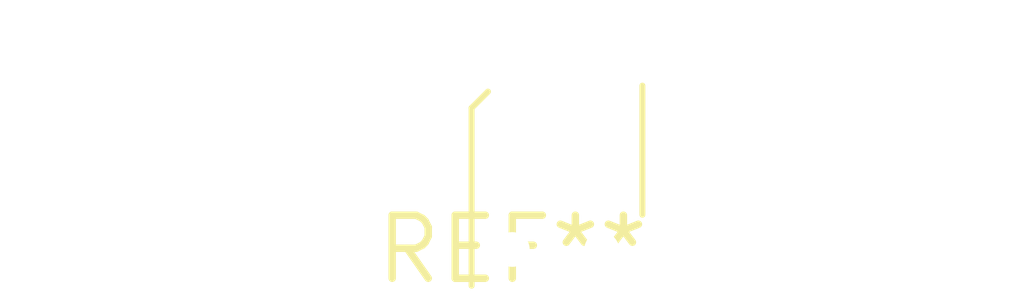
<source format=kicad_pcb>
(kicad_pcb (version 20240108) (generator pcbnew)
  (layers (0 "F.Cu" signal) (31 "B.Cu" signal) (34 "B.Paste" user) (35 "F.Paste" user) (36 "B.SilkS" user "B.Silkscreen") (37 "F.SilkS" user "F.Silkscreen") (38 "B.Mask" user) (39 "F.Mask" user) (44 "Edge.Cuts" user))
  (net 0 "")
  (footprint "Everlight_ITR8307F43" (layer "F.Cu") (at 0 0)
    (property "Reference" "REF**")
    (property "Value" "Everlight_ITR8307F43")
    (fp_line (start -0.82 -2.85) (end -0.82 0.73) (layer "F.SilkS") (stroke (width 0.12)))
    (fp_line (start -0.49 -3.18) (end -0.82 -2.85) (layer "F.SilkS") (stroke (width 0.12)))
    (fp_line (start 2.62 -0.7) (end 2.62 -3.3) (layer "F.SilkS") (stroke (width 0.12)))
    (pad "1" thru_hole roundrect (at 0 0) (size 1.1 1.5) (drill 0.7) (layers *.Cu *.Mask) (remove_unused_layers) (roundrect_rratio 0.227))
    (pad "2" thru_hole oval (at 0 -4) (size 1.1 1.5) (drill 0.7) (layers *.Cu *.Mask) (remove_unused_layers))
    (pad "3" thru_hole oval (at 1.8 0) (size 1.1 1.5) (drill 0.7) (layers *.Cu *.Mask) (remove_unused_layers))
    (pad "4" thru_hole oval (at 1.8 -4) (size 1.1 1.5) (drill 0.7) (layers *.Cu *.Mask) (remove_unused_layers))
  )
)
</source>
